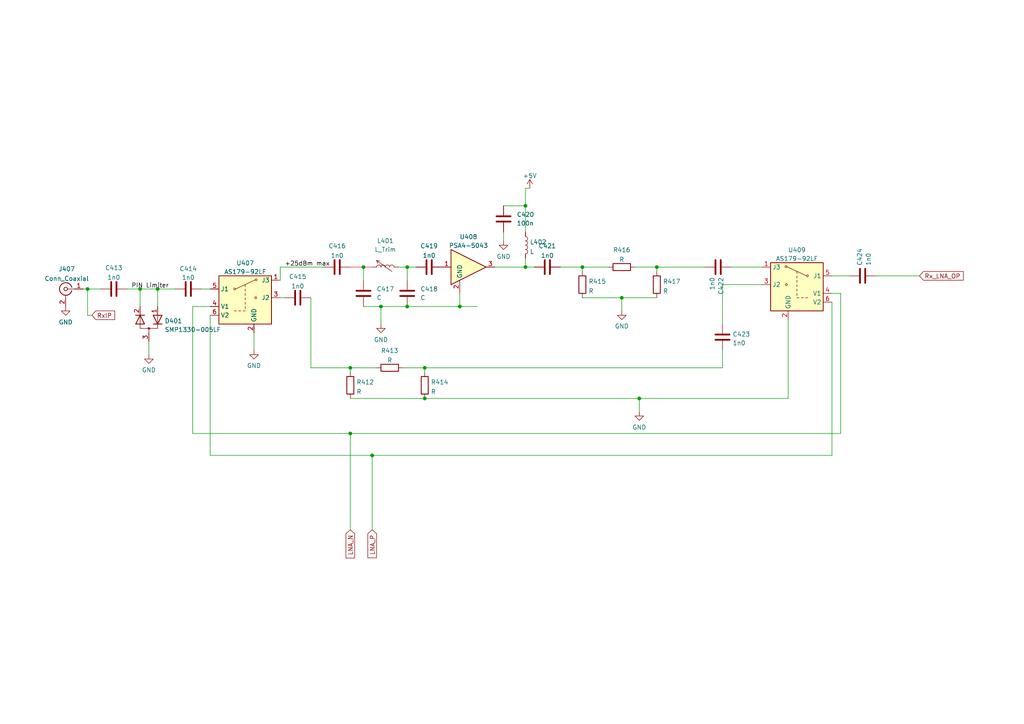
<source format=kicad_sch>
(kicad_sch (version 20230121) (generator eeschema)

  (uuid 2d14462a-2d1d-4556-8471-1ca07d17cb81)

  (paper "A4")

  (title_block
    (title "LNA Circuit")
  )

  (lib_symbols
    (symbol "Connector:Conn_Coaxial" (pin_names (offset 1.016) hide) (in_bom yes) (on_board yes)
      (property "Reference" "J" (at 0.254 3.048 0)
        (effects (font (size 1.27 1.27)))
      )
      (property "Value" "Conn_Coaxial" (at 2.921 0 90)
        (effects (font (size 1.27 1.27)))
      )
      (property "Footprint" "" (at 0 0 0)
        (effects (font (size 1.27 1.27)) hide)
      )
      (property "Datasheet" " ~" (at 0 0 0)
        (effects (font (size 1.27 1.27)) hide)
      )
      (property "ki_keywords" "BNC SMA SMB SMC LEMO coaxial connector CINCH RCA" (at 0 0 0)
        (effects (font (size 1.27 1.27)) hide)
      )
      (property "ki_description" "coaxial connector (BNC, SMA, SMB, SMC, Cinch/RCA, LEMO, ...)" (at 0 0 0)
        (effects (font (size 1.27 1.27)) hide)
      )
      (property "ki_fp_filters" "*BNC* *SMA* *SMB* *SMC* *Cinch* *LEMO*" (at 0 0 0)
        (effects (font (size 1.27 1.27)) hide)
      )
      (symbol "Conn_Coaxial_0_1"
        (arc (start -1.778 -0.508) (mid 0.2311 -1.8066) (end 1.778 0)
          (stroke (width 0.254) (type default))
          (fill (type none))
        )
        (polyline
          (pts
            (xy -2.54 0)
            (xy -0.508 0)
          )
          (stroke (width 0) (type default))
          (fill (type none))
        )
        (polyline
          (pts
            (xy 0 -2.54)
            (xy 0 -1.778)
          )
          (stroke (width 0) (type default))
          (fill (type none))
        )
        (circle (center 0 0) (radius 0.508)
          (stroke (width 0.2032) (type default))
          (fill (type none))
        )
        (arc (start 1.778 0) (mid 0.2099 1.8101) (end -1.778 0.508)
          (stroke (width 0.254) (type default))
          (fill (type none))
        )
      )
      (symbol "Conn_Coaxial_1_1"
        (pin passive line (at -5.08 0 0) (length 2.54)
          (name "In" (effects (font (size 1.27 1.27))))
          (number "1" (effects (font (size 1.27 1.27))))
        )
        (pin passive line (at 0 -5.08 90) (length 2.54)
          (name "Ext" (effects (font (size 1.27 1.27))))
          (number "2" (effects (font (size 1.27 1.27))))
        )
      )
    )
    (symbol "Device:C" (pin_numbers hide) (pin_names (offset 0.254)) (in_bom yes) (on_board yes)
      (property "Reference" "C" (at 0.635 2.54 0)
        (effects (font (size 1.27 1.27)) (justify left))
      )
      (property "Value" "C" (at 0.635 -2.54 0)
        (effects (font (size 1.27 1.27)) (justify left))
      )
      (property "Footprint" "" (at 0.9652 -3.81 0)
        (effects (font (size 1.27 1.27)) hide)
      )
      (property "Datasheet" "~" (at 0 0 0)
        (effects (font (size 1.27 1.27)) hide)
      )
      (property "ki_keywords" "cap capacitor" (at 0 0 0)
        (effects (font (size 1.27 1.27)) hide)
      )
      (property "ki_description" "Unpolarized capacitor" (at 0 0 0)
        (effects (font (size 1.27 1.27)) hide)
      )
      (property "ki_fp_filters" "C_*" (at 0 0 0)
        (effects (font (size 1.27 1.27)) hide)
      )
      (symbol "C_0_1"
        (polyline
          (pts
            (xy -2.032 -0.762)
            (xy 2.032 -0.762)
          )
          (stroke (width 0.508) (type default))
          (fill (type none))
        )
        (polyline
          (pts
            (xy -2.032 0.762)
            (xy 2.032 0.762)
          )
          (stroke (width 0.508) (type default))
          (fill (type none))
        )
      )
      (symbol "C_1_1"
        (pin passive line (at 0 3.81 270) (length 2.794)
          (name "~" (effects (font (size 1.27 1.27))))
          (number "1" (effects (font (size 1.27 1.27))))
        )
        (pin passive line (at 0 -3.81 90) (length 2.794)
          (name "~" (effects (font (size 1.27 1.27))))
          (number "2" (effects (font (size 1.27 1.27))))
        )
      )
    )
    (symbol "Device:D_Dual_Series_AKC_Parallel" (pin_names (offset 0.762) hide) (in_bom yes) (on_board yes)
      (property "Reference" "D" (at 0 5.08 0)
        (effects (font (size 1.27 1.27)))
      )
      (property "Value" "D_Dual_Series_AKC_Parallel" (at 0 -5.08 0)
        (effects (font (size 1.27 1.27)))
      )
      (property "Footprint" "" (at -1.27 0 0)
        (effects (font (size 1.27 1.27)) hide)
      )
      (property "Datasheet" "~" (at -1.27 0 0)
        (effects (font (size 1.27 1.27)) hide)
      )
      (property "ki_keywords" "diode" (at 0 0 0)
        (effects (font (size 1.27 1.27)) hide)
      )
      (property "ki_description" "Dual diode, anode/cathode/center" (at 0 0 0)
        (effects (font (size 1.27 1.27)) hide)
      )
      (symbol "D_Dual_Series_AKC_Parallel_0_0"
        (polyline
          (pts
            (xy 0 -1.27)
            (xy 0 -3.81)
          )
          (stroke (width 0.254) (type default))
          (fill (type none))
        )
        (polyline
          (pts
            (xy 2.54 3.81)
            (xy 2.54 1.27)
          )
          (stroke (width 0.254) (type default))
          (fill (type none))
        )
      )
      (symbol "D_Dual_Series_AKC_Parallel_0_1"
        (circle (center -1.27 0) (radius 0.254)
          (stroke (width 0) (type default))
          (fill (type outline))
        )
        (polyline
          (pts
            (xy -1.27 0)
            (xy -2.54 0)
          )
          (stroke (width 0) (type default))
          (fill (type none))
        )
        (polyline
          (pts
            (xy 2.54 2.54)
            (xy -1.27 2.54)
            (xy -1.27 -2.54)
            (xy 2.54 -2.54)
          )
          (stroke (width 0) (type default))
          (fill (type none))
        )
        (polyline
          (pts
            (xy 0 3.81)
            (xy 2.54 2.54)
            (xy 0 1.27)
            (xy 0 3.81)
            (xy 0 3.81)
            (xy 0 3.81)
          )
          (stroke (width 0.254) (type default))
          (fill (type none))
        )
        (polyline
          (pts
            (xy 2.54 -1.27)
            (xy 0 -2.54)
            (xy 2.54 -3.81)
            (xy 2.54 -1.27)
            (xy 2.54 -1.27)
            (xy 2.54 -1.27)
          )
          (stroke (width 0.254) (type default))
          (fill (type none))
        )
        (pin passive line (at 5.08 -2.54 180) (length 2.54)
          (name "K" (effects (font (size 1.27 1.27))))
          (number "1" (effects (font (size 1.27 1.27))))
        )
        (pin passive line (at 5.08 2.54 180) (length 2.54)
          (name "K" (effects (font (size 1.27 1.27))))
          (number "2" (effects (font (size 1.27 1.27))))
        )
        (pin passive line (at -5.08 0 0) (length 2.54)
          (name "A" (effects (font (size 1.27 1.27))))
          (number "3" (effects (font (size 1.27 1.27))))
        )
      )
    )
    (symbol "Device:L" (pin_numbers hide) (pin_names (offset 1.016) hide) (in_bom yes) (on_board yes)
      (property "Reference" "L" (at -1.27 0 90)
        (effects (font (size 1.27 1.27)))
      )
      (property "Value" "L" (at 1.905 0 90)
        (effects (font (size 1.27 1.27)))
      )
      (property "Footprint" "" (at 0 0 0)
        (effects (font (size 1.27 1.27)) hide)
      )
      (property "Datasheet" "~" (at 0 0 0)
        (effects (font (size 1.27 1.27)) hide)
      )
      (property "ki_keywords" "inductor choke coil reactor magnetic" (at 0 0 0)
        (effects (font (size 1.27 1.27)) hide)
      )
      (property "ki_description" "Inductor" (at 0 0 0)
        (effects (font (size 1.27 1.27)) hide)
      )
      (property "ki_fp_filters" "Choke_* *Coil* Inductor_* L_*" (at 0 0 0)
        (effects (font (size 1.27 1.27)) hide)
      )
      (symbol "L_0_1"
        (arc (start 0 -2.54) (mid 0.6323 -1.905) (end 0 -1.27)
          (stroke (width 0) (type default))
          (fill (type none))
        )
        (arc (start 0 -1.27) (mid 0.6323 -0.635) (end 0 0)
          (stroke (width 0) (type default))
          (fill (type none))
        )
        (arc (start 0 0) (mid 0.6323 0.635) (end 0 1.27)
          (stroke (width 0) (type default))
          (fill (type none))
        )
        (arc (start 0 1.27) (mid 0.6323 1.905) (end 0 2.54)
          (stroke (width 0) (type default))
          (fill (type none))
        )
      )
      (symbol "L_1_1"
        (pin passive line (at 0 3.81 270) (length 1.27)
          (name "1" (effects (font (size 1.27 1.27))))
          (number "1" (effects (font (size 1.27 1.27))))
        )
        (pin passive line (at 0 -3.81 90) (length 1.27)
          (name "2" (effects (font (size 1.27 1.27))))
          (number "2" (effects (font (size 1.27 1.27))))
        )
      )
    )
    (symbol "Device:L_Trim" (pin_numbers hide) (pin_names (offset 1.016) hide) (in_bom yes) (on_board yes)
      (property "Reference" "L" (at -1.905 0 90)
        (effects (font (size 1.27 1.27)))
      )
      (property "Value" "L_Trim" (at 3.175 0 90)
        (effects (font (size 1.27 1.27)))
      )
      (property "Footprint" "" (at 0 0 0)
        (effects (font (size 1.27 1.27)) hide)
      )
      (property "Datasheet" "~" (at 0 0 0)
        (effects (font (size 1.27 1.27)) hide)
      )
      (property "ki_keywords" "inductor choke coil reactor magnetic" (at 0 0 0)
        (effects (font (size 1.27 1.27)) hide)
      )
      (property "ki_description" "Variable inductor" (at 0 0 0)
        (effects (font (size 1.27 1.27)) hide)
      )
      (property "ki_fp_filters" "Inductor_* L_*" (at 0 0 0)
        (effects (font (size 1.27 1.27)) hide)
      )
      (symbol "L_Trim_0_1"
        (arc (start 0 -2.54) (mid 0.6323 -1.905) (end 0 -1.27)
          (stroke (width 0) (type default))
          (fill (type none))
        )
        (arc (start 0 -1.27) (mid 0.6323 -0.635) (end 0 0)
          (stroke (width 0) (type default))
          (fill (type none))
        )
        (polyline
          (pts
            (xy -1.27 -1.905)
            (xy 1.905 2.54)
          )
          (stroke (width 0) (type default))
          (fill (type none))
        )
        (polyline
          (pts
            (xy 1.905 2.54)
            (xy 1.016 2.159)
          )
          (stroke (width 0) (type default))
          (fill (type none))
        )
        (polyline
          (pts
            (xy 1.905 2.54)
            (xy 1.778 1.651)
          )
          (stroke (width 0) (type default))
          (fill (type none))
        )
        (arc (start 0 0) (mid 0.6323 0.635) (end 0 1.27)
          (stroke (width 0) (type default))
          (fill (type none))
        )
        (arc (start 0 1.27) (mid 0.6323 1.905) (end 0 2.54)
          (stroke (width 0) (type default))
          (fill (type none))
        )
      )
      (symbol "L_Trim_1_1"
        (pin passive line (at 0 3.81 270) (length 1.27)
          (name "1" (effects (font (size 1.27 1.27))))
          (number "1" (effects (font (size 1.27 1.27))))
        )
        (pin passive line (at 0 -3.81 90) (length 1.27)
          (name "2" (effects (font (size 1.27 1.27))))
          (number "2" (effects (font (size 1.27 1.27))))
        )
      )
    )
    (symbol "Device:R" (pin_numbers hide) (pin_names (offset 0)) (in_bom yes) (on_board yes)
      (property "Reference" "R" (at 2.032 0 90)
        (effects (font (size 1.27 1.27)))
      )
      (property "Value" "R" (at 0 0 90)
        (effects (font (size 1.27 1.27)))
      )
      (property "Footprint" "" (at -1.778 0 90)
        (effects (font (size 1.27 1.27)) hide)
      )
      (property "Datasheet" "~" (at 0 0 0)
        (effects (font (size 1.27 1.27)) hide)
      )
      (property "ki_keywords" "R res resistor" (at 0 0 0)
        (effects (font (size 1.27 1.27)) hide)
      )
      (property "ki_description" "Resistor" (at 0 0 0)
        (effects (font (size 1.27 1.27)) hide)
      )
      (property "ki_fp_filters" "R_*" (at 0 0 0)
        (effects (font (size 1.27 1.27)) hide)
      )
      (symbol "R_0_1"
        (rectangle (start -1.016 -2.54) (end 1.016 2.54)
          (stroke (width 0.254) (type default))
          (fill (type none))
        )
      )
      (symbol "R_1_1"
        (pin passive line (at 0 3.81 270) (length 1.27)
          (name "~" (effects (font (size 1.27 1.27))))
          (number "1" (effects (font (size 1.27 1.27))))
        )
        (pin passive line (at 0 -3.81 90) (length 1.27)
          (name "~" (effects (font (size 1.27 1.27))))
          (number "2" (effects (font (size 1.27 1.27))))
        )
      )
    )
    (symbol "RF_Amplifier:SPF5189Z" (in_bom yes) (on_board yes)
      (property "Reference" "U" (at -1.27 7.62 0)
        (effects (font (size 1.27 1.27)))
      )
      (property "Value" "SPF5189Z" (at 2.54 5.08 0)
        (effects (font (size 1.27 1.27)))
      )
      (property "Footprint" "Package_TO_SOT_SMD:SOT-89-3" (at 1.27 10.16 0)
        (effects (font (size 1.27 1.27)) hide)
      )
      (property "Datasheet" "www.qorvo.com/products/d/da001910" (at 0 0 0)
        (effects (font (size 1.27 1.27)) hide)
      )
      (property "ki_keywords" "RF GAIN BLOCK" (at 0 0 0)
        (effects (font (size 1.27 1.27)) hide)
      )
      (property "ki_description" "50MHz to 4000MHz, GaAs pHEMT low noise MMIC amplifier, SOT-89" (at 0 0 0)
        (effects (font (size 1.27 1.27)) hide)
      )
      (property "ki_fp_filters" "SOT?89*" (at 0 0 0)
        (effects (font (size 1.27 1.27)) hide)
      )
      (symbol "SPF5189Z_0_1"
        (polyline
          (pts
            (xy 5.08 0)
            (xy -5.08 5.08)
            (xy -5.08 -5.08)
            (xy 5.08 0)
          )
          (stroke (width 0.254) (type default))
          (fill (type background))
        )
      )
      (symbol "SPF5189Z_1_1"
        (pin input line (at -7.62 0 0) (length 2.54)
          (name "~" (effects (font (size 1.27 1.27))))
          (number "1" (effects (font (size 1.27 1.27))))
        )
        (pin power_in line (at -2.54 -7.62 90) (length 3.81)
          (name "GND" (effects (font (size 1.27 1.27))))
          (number "2" (effects (font (size 1.27 1.27))))
        )
        (pin output line (at 7.62 0 180) (length 2.54)
          (name "~" (effects (font (size 1.27 1.27))))
          (number "3" (effects (font (size 1.27 1.27))))
        )
      )
    )
    (symbol "RF_Switch:AS179-92LF" (in_bom yes) (on_board yes)
      (property "Reference" "U" (at -7.62 7.62 0)
        (effects (font (size 1.27 1.27)))
      )
      (property "Value" "AS179-92LF" (at 2.54 7.62 0)
        (effects (font (size 1.27 1.27)))
      )
      (property "Footprint" "Package_TO_SOT_SMD:SOT-363_SC-70-6" (at 2.54 0 0)
        (effects (font (size 1.27 1.27)) hide)
      )
      (property "Datasheet" "http://www.skyworksinc.com/uploads/documents/AS179_92LF_200176H.pdf" (at 2.54 0 0)
        (effects (font (size 1.27 1.27)) hide)
      )
      (property "ki_keywords" "rf spdt switch" (at 0 0 0)
        (effects (font (size 1.27 1.27)) hide)
      )
      (property "ki_description" "20 MHz to 4.0 GHz GaAs SPDT Switch, SC-70" (at 0 0 0)
        (effects (font (size 1.27 1.27)) hide)
      )
      (property "ki_fp_filters" "SOT*363*" (at 0 0 0)
        (effects (font (size 1.27 1.27)) hide)
      )
      (symbol "AS179-92LF_1_1"
        (circle (center -3.048 2.54) (radius 0.2794)
          (stroke (width 0) (type default))
          (fill (type none))
        )
        (polyline
          (pts
            (xy -3.175 -3.81)
            (xy -2.54 -3.81)
          )
          (stroke (width 0) (type default))
          (fill (type none))
        )
        (polyline
          (pts
            (xy -2.794 2.54)
            (xy 2.921 5.207)
          )
          (stroke (width 0) (type default))
          (fill (type none))
        )
        (polyline
          (pts
            (xy -1.905 -3.81)
            (xy -1.27 -3.81)
          )
          (stroke (width 0) (type default))
          (fill (type none))
        )
        (polyline
          (pts
            (xy -0.635 -3.81)
            (xy 0 -3.81)
          )
          (stroke (width 0) (type default))
          (fill (type none))
        )
        (polyline
          (pts
            (xy 0 -3.175)
            (xy 0 -2.54)
          )
          (stroke (width 0) (type default))
          (fill (type none))
        )
        (polyline
          (pts
            (xy 0 -1.905)
            (xy 0 -1.27)
          )
          (stroke (width 0) (type default))
          (fill (type none))
        )
        (polyline
          (pts
            (xy 0 -0.635)
            (xy 0 0)
          )
          (stroke (width 0) (type default))
          (fill (type none))
        )
        (polyline
          (pts
            (xy 0 0.635)
            (xy 0 1.27)
          )
          (stroke (width 0) (type default))
          (fill (type none))
        )
        (polyline
          (pts
            (xy 0 1.905)
            (xy 0 2.54)
          )
          (stroke (width 0) (type default))
          (fill (type none))
        )
        (polyline
          (pts
            (xy 0 3.175)
            (xy 0 3.81)
          )
          (stroke (width 0) (type default))
          (fill (type none))
        )
        (circle (center 3.048 0) (radius 0.2794)
          (stroke (width 0) (type default))
          (fill (type none))
        )
        (circle (center 3.175 5.207) (radius 0.2794)
          (stroke (width 0) (type default))
          (fill (type none))
        )
        (rectangle (start 7.62 -7.62) (end -7.62 6.35)
          (stroke (width 0.254) (type default))
          (fill (type background))
        )
        (pin passive line (at 10.16 5.08 180) (length 2.54)
          (name "J3" (effects (font (size 1.27 1.27))))
          (number "1" (effects (font (size 1.27 1.27))))
        )
        (pin power_in line (at 2.54 -10.16 90) (length 2.54)
          (name "GND" (effects (font (size 1.27 1.27))))
          (number "2" (effects (font (size 1.27 1.27))))
        )
        (pin passive line (at 10.16 0 180) (length 2.54)
          (name "J2" (effects (font (size 1.27 1.27))))
          (number "3" (effects (font (size 1.27 1.27))))
        )
        (pin input line (at -10.16 -2.54 0) (length 2.54)
          (name "V1" (effects (font (size 1.27 1.27))))
          (number "4" (effects (font (size 1.27 1.27))))
        )
        (pin passive line (at -10.16 2.54 0) (length 2.54)
          (name "J1" (effects (font (size 1.27 1.27))))
          (number "5" (effects (font (size 1.27 1.27))))
        )
        (pin input line (at -10.16 -5.08 0) (length 2.54)
          (name "V2" (effects (font (size 1.27 1.27))))
          (number "6" (effects (font (size 1.27 1.27))))
        )
      )
    )
    (symbol "power:+5V" (power) (pin_names (offset 0)) (in_bom yes) (on_board yes)
      (property "Reference" "#PWR" (at 0 -3.81 0)
        (effects (font (size 1.27 1.27)) hide)
      )
      (property "Value" "+5V" (at 0 3.556 0)
        (effects (font (size 1.27 1.27)))
      )
      (property "Footprint" "" (at 0 0 0)
        (effects (font (size 1.27 1.27)) hide)
      )
      (property "Datasheet" "" (at 0 0 0)
        (effects (font (size 1.27 1.27)) hide)
      )
      (property "ki_keywords" "power-flag" (at 0 0 0)
        (effects (font (size 1.27 1.27)) hide)
      )
      (property "ki_description" "Power symbol creates a global label with name \"+5V\"" (at 0 0 0)
        (effects (font (size 1.27 1.27)) hide)
      )
      (symbol "+5V_0_1"
        (polyline
          (pts
            (xy -0.762 1.27)
            (xy 0 2.54)
          )
          (stroke (width 0) (type default))
          (fill (type none))
        )
        (polyline
          (pts
            (xy 0 0)
            (xy 0 2.54)
          )
          (stroke (width 0) (type default))
          (fill (type none))
        )
        (polyline
          (pts
            (xy 0 2.54)
            (xy 0.762 1.27)
          )
          (stroke (width 0) (type default))
          (fill (type none))
        )
      )
      (symbol "+5V_1_1"
        (pin power_in line (at 0 0 90) (length 0) hide
          (name "+5V" (effects (font (size 1.27 1.27))))
          (number "1" (effects (font (size 1.27 1.27))))
        )
      )
    )
    (symbol "power:GND" (power) (pin_names (offset 0)) (in_bom yes) (on_board yes)
      (property "Reference" "#PWR" (at 0 -6.35 0)
        (effects (font (size 1.27 1.27)) hide)
      )
      (property "Value" "GND" (at 0 -3.81 0)
        (effects (font (size 1.27 1.27)))
      )
      (property "Footprint" "" (at 0 0 0)
        (effects (font (size 1.27 1.27)) hide)
      )
      (property "Datasheet" "" (at 0 0 0)
        (effects (font (size 1.27 1.27)) hide)
      )
      (property "ki_keywords" "power-flag" (at 0 0 0)
        (effects (font (size 1.27 1.27)) hide)
      )
      (property "ki_description" "Power symbol creates a global label with name \"GND\" , ground" (at 0 0 0)
        (effects (font (size 1.27 1.27)) hide)
      )
      (symbol "GND_0_1"
        (polyline
          (pts
            (xy 0 0)
            (xy 0 -1.27)
            (xy 1.27 -1.27)
            (xy 0 -2.54)
            (xy -1.27 -1.27)
            (xy 0 -1.27)
          )
          (stroke (width 0) (type default))
          (fill (type none))
        )
      )
      (symbol "GND_1_1"
        (pin power_in line (at 0 0 270) (length 0) hide
          (name "GND" (effects (font (size 1.27 1.27))))
          (number "1" (effects (font (size 1.27 1.27))))
        )
      )
    )
  )

  (junction (at 45.72 83.82) (diameter 0) (color 0 0 0 0)
    (uuid 0591a61a-b2ff-4e5b-be00-1a4e46b48e9d)
  )
  (junction (at 152.4 77.47) (diameter 0) (color 0 0 0 0)
    (uuid 0938f2c6-f84d-414a-a3b7-3f9a89b9a78d)
  )
  (junction (at 123.19 106.68) (diameter 0) (color 0 0 0 0)
    (uuid 0ffb3caa-c2dc-4ccc-aa70-49c30e2c16c1)
  )
  (junction (at 133.35 88.9) (diameter 0) (color 0 0 0 0)
    (uuid 15535c83-587a-4847-9957-3807322142c0)
  )
  (junction (at 101.6 106.68) (diameter 0) (color 0 0 0 0)
    (uuid 1b93046c-28ec-44db-a9e9-132d31d302ce)
  )
  (junction (at 118.11 88.9) (diameter 0) (color 0 0 0 0)
    (uuid 1ff2a03b-2645-4e81-a468-19778befb2ef)
  )
  (junction (at 185.42 115.57) (diameter 0) (color 0 0 0 0)
    (uuid 22702822-5a97-462f-a63a-f1378e608eb3)
  )
  (junction (at 105.41 77.47) (diameter 0) (color 0 0 0 0)
    (uuid 2b08ff88-129a-4c97-9687-1d8a517dd5b7)
  )
  (junction (at 107.95 132.08) (diameter 0) (color 0 0 0 0)
    (uuid 2d01dfc3-e089-415f-832e-6ba72791e70a)
  )
  (junction (at 123.19 115.57) (diameter 0) (color 0 0 0 0)
    (uuid 3c41d82b-8405-4bfa-a9b5-f504becca4d7)
  )
  (junction (at 118.11 77.47) (diameter 0) (color 0 0 0 0)
    (uuid 4e4abdec-8f30-4127-b73e-95516f84f8b5)
  )
  (junction (at 168.91 77.47) (diameter 0) (color 0 0 0 0)
    (uuid 52101c5f-8443-4303-bf5c-ab8d0ac553b3)
  )
  (junction (at 110.49 88.9) (diameter 0) (color 0 0 0 0)
    (uuid 5f86609c-6996-43b8-bb7a-f47694d2ae52)
  )
  (junction (at 40.64 83.82) (diameter 0) (color 0 0 0 0)
    (uuid 62a42783-731d-4a7f-aa4a-a1c6c4b63060)
  )
  (junction (at 25.4 83.82) (diameter 0) (color 0 0 0 0)
    (uuid 63141f14-158c-4762-8a13-12877416075b)
  )
  (junction (at 152.4 59.69) (diameter 0) (color 0 0 0 0)
    (uuid 7488179b-fabc-4964-915a-5cad2181a652)
  )
  (junction (at 101.6 125.73) (diameter 0) (color 0 0 0 0)
    (uuid 8efabc1a-d830-458a-b223-f829dccfdb1b)
  )
  (junction (at 180.34 86.36) (diameter 0) (color 0 0 0 0)
    (uuid e24ee2e3-ef03-48ea-b976-d6df4cac4403)
  )
  (junction (at 190.5 77.47) (diameter 0) (color 0 0 0 0)
    (uuid f9bfc734-c4c6-485a-938e-c6f951821afa)
  )

  (wire (pts (xy 209.55 106.68) (xy 209.55 101.6))
    (stroke (width 0) (type default))
    (uuid 022ba2a3-f05b-4310-ba82-325f509a7877)
  )
  (wire (pts (xy 107.95 132.08) (xy 241.3 132.08))
    (stroke (width 0) (type default))
    (uuid 02e8b5b8-1a4a-4114-b0c3-71daf27d94bb)
  )
  (wire (pts (xy 209.55 82.55) (xy 209.55 93.98))
    (stroke (width 0) (type default))
    (uuid 04c7e5fc-46f7-4ba1-9d88-f7f775d52712)
  )
  (wire (pts (xy 45.72 83.82) (xy 50.8 83.82))
    (stroke (width 0) (type default))
    (uuid 05219430-e0c9-4db7-944a-06d914af11a5)
  )
  (wire (pts (xy 168.91 77.47) (xy 176.53 77.47))
    (stroke (width 0) (type default))
    (uuid 05641722-c618-429a-92d7-6937fadf412a)
  )
  (wire (pts (xy 81.28 86.36) (xy 82.55 86.36))
    (stroke (width 0) (type default))
    (uuid 0658ea06-f6b9-4d6e-83f1-2717c94a2f8f)
  )
  (wire (pts (xy 40.64 83.82) (xy 40.64 88.9))
    (stroke (width 0) (type default))
    (uuid 077395ea-40ab-4d01-bb44-cc028e6192dd)
  )
  (wire (pts (xy 55.88 88.9) (xy 55.88 125.73))
    (stroke (width 0) (type default))
    (uuid 13762e25-5a59-4ee7-8043-812412f76aac)
  )
  (wire (pts (xy 243.84 85.09) (xy 243.84 125.73))
    (stroke (width 0) (type default))
    (uuid 1479620a-b870-4046-9c2b-eff78dd0c22e)
  )
  (wire (pts (xy 101.6 125.73) (xy 101.6 153.67))
    (stroke (width 0) (type default))
    (uuid 17a74706-3995-4b56-b987-7f12d2e3a3f8)
  )
  (wire (pts (xy 25.4 83.82) (xy 24.13 83.82))
    (stroke (width 0) (type default))
    (uuid 1a01ac8f-6b7f-4ebd-a516-06a6cb8d4df5)
  )
  (wire (pts (xy 25.4 83.82) (xy 25.4 91.44))
    (stroke (width 0) (type default))
    (uuid 1ce4763c-920f-4892-8c7b-b0692e9c0bc8)
  )
  (wire (pts (xy 101.6 107.95) (xy 101.6 106.68))
    (stroke (width 0) (type default))
    (uuid 1d17904d-638f-48f3-894f-0144911f4a7c)
  )
  (wire (pts (xy 146.05 67.31) (xy 146.05 69.85))
    (stroke (width 0) (type default))
    (uuid 1ebd2eb5-c74b-4fb0-a2fa-ea673348dfd8)
  )
  (wire (pts (xy 168.91 86.36) (xy 180.34 86.36))
    (stroke (width 0) (type default))
    (uuid 2064e202-11a6-46d1-bf37-cd65212e53d1)
  )
  (wire (pts (xy 101.6 115.57) (xy 123.19 115.57))
    (stroke (width 0) (type default))
    (uuid 23c7e4f2-40f5-4840-8d08-1acb173866b4)
  )
  (wire (pts (xy 60.96 91.44) (xy 60.96 132.08))
    (stroke (width 0) (type default))
    (uuid 2775c0b6-7485-48ac-909d-6cfa4be18753)
  )
  (wire (pts (xy 190.5 77.47) (xy 204.47 77.47))
    (stroke (width 0) (type default))
    (uuid 2df9c463-1835-423c-ad3d-9a28aa5abb77)
  )
  (wire (pts (xy 190.5 77.47) (xy 190.5 78.74))
    (stroke (width 0) (type default))
    (uuid 2f651a60-23e0-480f-a88d-8ba77b595202)
  )
  (wire (pts (xy 241.3 80.01) (xy 246.38 80.01))
    (stroke (width 0) (type default))
    (uuid 391a6298-71f7-4c29-9a57-1b9126684372)
  )
  (wire (pts (xy 116.84 106.68) (xy 123.19 106.68))
    (stroke (width 0) (type default))
    (uuid 3acb1aa5-55f2-44d6-b77c-dc19e51dbbd2)
  )
  (wire (pts (xy 105.41 88.9) (xy 110.49 88.9))
    (stroke (width 0) (type default))
    (uuid 3b1097dc-8c9e-4cef-b7a1-b529b4dab746)
  )
  (wire (pts (xy 115.57 77.47) (xy 118.11 77.47))
    (stroke (width 0) (type default))
    (uuid 3f15e562-4f32-44ce-815c-9c786ca24011)
  )
  (wire (pts (xy 241.3 85.09) (xy 243.84 85.09))
    (stroke (width 0) (type default))
    (uuid 3f6b891a-1cc8-4b20-9f17-68e0c4a0d7db)
  )
  (wire (pts (xy 146.05 59.69) (xy 152.4 59.69))
    (stroke (width 0) (type default))
    (uuid 46adaa7f-aa9d-49bc-b853-63d71e7a7990)
  )
  (wire (pts (xy 58.42 83.82) (xy 60.96 83.82))
    (stroke (width 0) (type default))
    (uuid 51f6e505-70fe-4cfa-8e51-aa721df03c0b)
  )
  (wire (pts (xy 241.3 87.63) (xy 241.3 132.08))
    (stroke (width 0) (type default))
    (uuid 58261aa4-4205-4439-8d8e-4b83eb460b1e)
  )
  (wire (pts (xy 180.34 86.36) (xy 190.5 86.36))
    (stroke (width 0) (type default))
    (uuid 5c0479cf-d041-4433-be36-3776095d0e86)
  )
  (wire (pts (xy 162.56 77.47) (xy 168.91 77.47))
    (stroke (width 0) (type default))
    (uuid 620e3809-422a-4cea-bbcb-a9338474def3)
  )
  (wire (pts (xy 90.17 86.36) (xy 90.17 106.68))
    (stroke (width 0) (type default))
    (uuid 6a680a82-807a-4fb6-9006-3a26f9dfe104)
  )
  (wire (pts (xy 123.19 115.57) (xy 185.42 115.57))
    (stroke (width 0) (type default))
    (uuid 6b66a4fe-82c2-484e-b2b0-47e7ab549c52)
  )
  (wire (pts (xy 110.49 88.9) (xy 118.11 88.9))
    (stroke (width 0) (type default))
    (uuid 6cc6419e-2483-4cd1-9f74-364b6b34e338)
  )
  (wire (pts (xy 55.88 125.73) (xy 101.6 125.73))
    (stroke (width 0) (type default))
    (uuid 745370fa-3db4-449e-ad9a-c0f754365539)
  )
  (wire (pts (xy 152.4 54.61) (xy 153.67 54.61))
    (stroke (width 0) (type default))
    (uuid 7a8bd6fa-f1df-4ebf-bfbc-7ac8a340abea)
  )
  (wire (pts (xy 152.4 67.31) (xy 152.4 59.69))
    (stroke (width 0) (type default))
    (uuid 7e0b3e94-e98a-4eec-b100-516148a545bd)
  )
  (wire (pts (xy 105.41 77.47) (xy 107.95 77.47))
    (stroke (width 0) (type default) (color 255 15 53 1))
    (uuid 86d35f47-300a-42fd-bfa5-14d244e39187)
  )
  (wire (pts (xy 180.34 86.36) (xy 180.34 90.17))
    (stroke (width 0) (type default))
    (uuid 8eb0c378-a7a0-4daf-9884-38b7df9ef39e)
  )
  (wire (pts (xy 228.6 92.71) (xy 228.6 115.57))
    (stroke (width 0) (type default))
    (uuid 93be795c-1088-4f2d-a0c1-d6568bccf616)
  )
  (wire (pts (xy 90.17 106.68) (xy 101.6 106.68))
    (stroke (width 0) (type default))
    (uuid 96ec64e7-b1f6-467e-abfe-59f52f73d590)
  )
  (wire (pts (xy 73.66 96.52) (xy 73.66 101.6))
    (stroke (width 0) (type default))
    (uuid a0ba64c8-6ddc-4c36-84e8-e63d12d423e0)
  )
  (wire (pts (xy 101.6 125.73) (xy 243.84 125.73))
    (stroke (width 0) (type default))
    (uuid a2740e1c-efc8-450f-add0-82cd23f999f8)
  )
  (wire (pts (xy 254 80.01) (xy 266.7 80.01))
    (stroke (width 0) (type default))
    (uuid a2a9f54f-77f9-40e0-a501-f519a44cfaa5)
  )
  (wire (pts (xy 81.28 77.47) (xy 93.98 77.47))
    (stroke (width 0) (type default))
    (uuid a442b559-9491-4fe0-a034-d4b1ca7c33fd)
  )
  (wire (pts (xy 101.6 106.68) (xy 109.22 106.68))
    (stroke (width 0) (type default))
    (uuid a857533f-9202-4f5b-bf5f-10237709afa0)
  )
  (wire (pts (xy 123.19 106.68) (xy 123.19 107.95))
    (stroke (width 0) (type default))
    (uuid a86e114e-d6ff-43e3-b6ae-910ea32f6fd4)
  )
  (wire (pts (xy 45.72 83.82) (xy 45.72 88.9))
    (stroke (width 0) (type default))
    (uuid a8781137-a088-4ca1-bd47-e6a184c69d9e)
  )
  (wire (pts (xy 212.09 77.47) (xy 220.98 77.47))
    (stroke (width 0) (type default))
    (uuid a89b1cb0-81a2-454f-bcb1-1f326e681f6d)
  )
  (wire (pts (xy 118.11 88.9) (xy 133.35 88.9))
    (stroke (width 0) (type default))
    (uuid a9b494db-c60a-4c7a-b626-52d03452ac38)
  )
  (wire (pts (xy 168.91 77.47) (xy 168.91 78.74))
    (stroke (width 0) (type default))
    (uuid b16fee7f-6b39-45d4-82f9-3faa5ba7e18e)
  )
  (wire (pts (xy 43.18 99.06) (xy 43.18 102.87))
    (stroke (width 0) (type default))
    (uuid b382a5b9-c703-46fd-a207-351704514ee1)
  )
  (wire (pts (xy 152.4 59.69) (xy 152.4 54.61))
    (stroke (width 0) (type default))
    (uuid b68bc2ba-740c-4532-ae14-235eafc7d826)
  )
  (wire (pts (xy 36.83 83.82) (xy 40.64 83.82))
    (stroke (width 0) (type default))
    (uuid be97db62-f1ff-4bf3-9f42-71df529042ce)
  )
  (wire (pts (xy 184.15 77.47) (xy 190.5 77.47))
    (stroke (width 0) (type default))
    (uuid bea68987-dbeb-4657-accf-4da0bfde714a)
  )
  (wire (pts (xy 118.11 81.28) (xy 118.11 77.47))
    (stroke (width 0) (type default))
    (uuid c0f3bead-0bd6-45bd-bc7b-f65bfd4f18c0)
  )
  (wire (pts (xy 133.35 88.9) (xy 138.43 88.9))
    (stroke (width 0) (type default))
    (uuid c28382a9-b2a9-4b4d-abea-83ffdc37b94a)
  )
  (wire (pts (xy 25.4 91.44) (xy 26.67 91.44))
    (stroke (width 0) (type default))
    (uuid c2c4d768-12c3-4204-a5d5-8c0140afa060)
  )
  (wire (pts (xy 101.6 77.47) (xy 105.41 77.47))
    (stroke (width 0) (type default) (color 255 15 53 1))
    (uuid c3bfced7-357f-4083-aa71-3e11a2b282e8)
  )
  (wire (pts (xy 143.51 77.47) (xy 152.4 77.47))
    (stroke (width 0) (type default))
    (uuid c9666631-0a7d-4eec-bc6e-89a4863314fa)
  )
  (wire (pts (xy 133.35 88.9) (xy 133.35 85.09))
    (stroke (width 0) (type default))
    (uuid ca39b843-dd15-4b4f-9145-0a2760248036)
  )
  (wire (pts (xy 40.64 83.82) (xy 45.72 83.82))
    (stroke (width 0) (type default))
    (uuid ca61b2a1-a181-4525-add8-54275ea1e0c3)
  )
  (wire (pts (xy 123.19 106.68) (xy 209.55 106.68))
    (stroke (width 0) (type default))
    (uuid cae86dd7-194f-4fca-b156-cde116bc74d1)
  )
  (wire (pts (xy 107.95 132.08) (xy 107.95 153.67))
    (stroke (width 0) (type default))
    (uuid cd4aa106-0c68-4806-9627-3265520466a9)
  )
  (wire (pts (xy 152.4 74.93) (xy 152.4 77.47))
    (stroke (width 0) (type default))
    (uuid cfa2db1e-d089-42d1-a3b2-34379c8f1efa)
  )
  (wire (pts (xy 60.96 88.9) (xy 55.88 88.9))
    (stroke (width 0) (type default))
    (uuid d3d4442e-d56d-485b-85db-25d1bfd3b42a)
  )
  (wire (pts (xy 152.4 77.47) (xy 154.94 77.47))
    (stroke (width 0) (type default))
    (uuid d902d4cd-e274-49d3-b862-2960bb7834c4)
  )
  (wire (pts (xy 118.11 77.47) (xy 120.65 77.47))
    (stroke (width 0) (type default))
    (uuid d9f09d7a-365d-4c25-9975-113cb6626816)
  )
  (wire (pts (xy 81.28 81.28) (xy 81.28 77.47))
    (stroke (width 0) (type default))
    (uuid e23c3bc6-9fc3-4633-89f8-f5070a94d741)
  )
  (wire (pts (xy 185.42 115.57) (xy 228.6 115.57))
    (stroke (width 0) (type default))
    (uuid e4d37f03-b2e6-40b3-8baa-8aba721e9376)
  )
  (wire (pts (xy 60.96 132.08) (xy 107.95 132.08))
    (stroke (width 0) (type default))
    (uuid e4f8afb1-ebee-4044-9d6c-387dacc543bb)
  )
  (wire (pts (xy 105.41 77.47) (xy 105.41 81.28))
    (stroke (width 0) (type default))
    (uuid e99224a2-69db-4aed-b331-beeb6159528c)
  )
  (wire (pts (xy 185.42 115.57) (xy 185.42 119.38))
    (stroke (width 0) (type default))
    (uuid ed576372-3500-45b2-9edc-f2390d2f54e2)
  )
  (wire (pts (xy 220.98 82.55) (xy 209.55 82.55))
    (stroke (width 0) (type default))
    (uuid ef81c748-f187-4d77-9f8a-0659f09e1b41)
  )
  (wire (pts (xy 29.21 83.82) (xy 25.4 83.82))
    (stroke (width 0) (type default))
    (uuid f959e535-2f4c-41e2-8393-98692deaa533)
  )
  (wire (pts (xy 110.49 88.9) (xy 110.49 93.98))
    (stroke (width 0) (type default))
    (uuid fb86327d-efb2-45c0-bf20-16055d4b7806)
  )

  (label "PIN Limiter" (at 38.1 83.82 0) (fields_autoplaced)
    (effects (font (size 1.27 1.27)) (justify left bottom))
    (uuid 53fa107d-a47c-4f88-aa41-fee5ce99a007)
  )
  (label "+25dBm max" (at 82.55 77.47 0) (fields_autoplaced)
    (effects (font (size 1.27 1.27)) (justify left bottom))
    (uuid cebc2ef2-9a02-4ee7-9014-0bb4ec3d2b6e)
  )

  (global_label "Rx_LNA_OP" (shape input) (at 266.7 80.01 0) (fields_autoplaced)
    (effects (font (size 1.27 1.27)) (justify left))
    (uuid bf9aa715-e65c-40c5-99c8-4b34ca8b9ba7)
    (property "Intersheetrefs" "${INTERSHEET_REFS}" (at 279.3941 79.9306 0)
      (effects (font (size 1.27 1.27)) (justify left))
    )
  )
  (global_label "LNA_N" (shape input) (at 101.6 153.67 270) (fields_autoplaced)
    (effects (font (size 1.27 1.27)) (justify right))
    (uuid cbcca6b8-0a33-42cb-a3c5-33159776c725)
    (property "Intersheetrefs" "${INTERSHEET_REFS}" (at 101.5206 161.8283 90)
      (effects (font (size 1.27 1.27)) (justify right))
    )
  )
  (global_label "LNA_P" (shape input) (at 107.95 153.67 270) (fields_autoplaced)
    (effects (font (size 1.27 1.27)) (justify right))
    (uuid ef2ed821-47ba-4b18-a589-ad2e45bfc2eb)
    (property "Intersheetrefs" "${INTERSHEET_REFS}" (at 107.8706 161.7679 90)
      (effects (font (size 1.27 1.27)) (justify right))
    )
  )
  (global_label "RxIP" (shape input) (at 26.67 91.44 0) (fields_autoplaced)
    (effects (font (size 1.27 1.27)) (justify left))
    (uuid f831023b-a46e-4da4-8c0f-3676e87f8d7f)
    (property "Intersheetrefs" "${INTERSHEET_REFS}" (at 33.256 91.3606 0)
      (effects (font (size 1.27 1.27)) (justify left))
    )
  )

  (symbol (lib_id "RF_Amplifier:SPF5189Z") (at 135.89 77.47 0) (unit 1)
    (in_bom yes) (on_board yes) (dnp no) (fields_autoplaced)
    (uuid 01c2ce55-dd18-4441-8dca-221d6287292f)
    (property "Reference" "U408" (at 135.89 68.6902 0)
      (effects (font (size 1.27 1.27)))
    )
    (property "Value" "PSA4-5043" (at 135.89 71.2271 0)
      (effects (font (size 1.27 1.27)))
    )
    (property "Footprint" "Package_TO_SOT_SMD:SOT-89-3" (at 137.16 67.31 0)
      (effects (font (size 1.27 1.27)) hide)
    )
    (property "Datasheet" "www.qorvo.com/products/d/da001910" (at 135.89 77.47 0)
      (effects (font (size 1.27 1.27)) hide)
    )
    (property "Comment" "Low Noise Amplifer SOT343" (at 135.89 77.47 0)
      (effects (font (size 1.27 1.27)) hide)
    )
    (property "LCSC Part" "C5240848" (at 135.89 77.47 0)
      (effects (font (size 1.27 1.27)) hide)
    )
    (pin "1" (uuid 7e00f2b8-df40-4320-9020-c98d1efe3ece))
    (pin "2" (uuid 0e8269a5-994d-42c0-9c05-d4c51773f12c))
    (pin "3" (uuid 42a66f02-e2dc-4de7-b97b-4afb41772a74))
    (instances
      (project "RXLNA"
        (path "/1e1b062d-fad0-427c-a622-c5b8a80b5268/90ef6158-65c1-4457-ba89-f5a7394a6be3"
          (reference "U408") (unit 1)
        )
      )
    )
  )

  (symbol (lib_id "power:GND") (at 110.49 93.98 0) (unit 1)
    (in_bom yes) (on_board yes) (dnp no) (fields_autoplaced)
    (uuid 076cccb7-8868-4501-85fd-61176334dbbe)
    (property "Reference" "#PWR0418" (at 110.49 100.33 0)
      (effects (font (size 1.27 1.27)) hide)
    )
    (property "Value" "GND" (at 110.49 98.5425 0)
      (effects (font (size 1.27 1.27)))
    )
    (property "Footprint" "" (at 110.49 93.98 0)
      (effects (font (size 1.27 1.27)) hide)
    )
    (property "Datasheet" "" (at 110.49 93.98 0)
      (effects (font (size 1.27 1.27)) hide)
    )
    (pin "1" (uuid edc93551-fbe0-47e4-b906-41252cf96b9d))
    (instances
      (project "RXLNA"
        (path "/1e1b062d-fad0-427c-a622-c5b8a80b5268/90ef6158-65c1-4457-ba89-f5a7394a6be3"
          (reference "#PWR0418") (unit 1)
        )
      )
    )
  )

  (symbol (lib_id "Device:R") (at 113.03 106.68 90) (unit 1)
    (in_bom yes) (on_board yes) (dnp no) (fields_autoplaced)
    (uuid 15d23cef-93bd-4d70-93ac-5b17cf16c0d0)
    (property "Reference" "R413" (at 113.03 101.6975 90)
      (effects (font (size 1.27 1.27)))
    )
    (property "Value" "R" (at 113.03 104.4726 90)
      (effects (font (size 1.27 1.27)))
    )
    (property "Footprint" "Resistor_SMD:R_0805_2012Metric_Pad1.20x1.40mm_HandSolder" (at 113.03 108.458 90)
      (effects (font (size 1.27 1.27)) hide)
    )
    (property "Datasheet" "~" (at 113.03 106.68 0)
      (effects (font (size 1.27 1.27)) hide)
    )
    (property "Comment" "" (at 113.03 106.68 0)
      (effects (font (size 1.27 1.27)) hide)
    )
    (property "LCSC Part" "" (at 113.03 106.68 0)
      (effects (font (size 1.27 1.27)) hide)
    )
    (pin "1" (uuid 42a3ec77-5d8a-4265-a920-f641d597e056))
    (pin "2" (uuid 4f9a20a0-498c-413f-b496-7c916ad81f6c))
    (instances
      (project "RXLNA"
        (path "/1e1b062d-fad0-427c-a622-c5b8a80b5268/90ef6158-65c1-4457-ba89-f5a7394a6be3"
          (reference "R413") (unit 1)
        )
      )
    )
  )

  (symbol (lib_id "Device:L_Trim") (at 111.76 77.47 90) (unit 1)
    (in_bom yes) (on_board yes) (dnp no) (fields_autoplaced)
    (uuid 1c30f851-2fb0-45f3-8fdc-63b3f8d6503e)
    (property "Reference" "L401" (at 111.76 69.85 90)
      (effects (font (size 1.27 1.27)))
    )
    (property "Value" "L_Trim" (at 111.76 72.39 90)
      (effects (font (size 1.27 1.27)))
    )
    (property "Footprint" "Inductor_THT:L_Radial_L10.2mm_W10.2mm_Px7.62mm_Py7.62mm_Pulse_LP-30" (at 111.76 77.47 0)
      (effects (font (size 1.27 1.27)) hide)
    )
    (property "Datasheet" "~" (at 111.76 77.47 0)
      (effects (font (size 1.27 1.27)) hide)
    )
    (property "Comment" "" (at 111.76 77.47 0)
      (effects (font (size 1.27 1.27)) hide)
    )
    (property "LCSC Part" "" (at 111.76 77.47 0)
      (effects (font (size 1.27 1.27)) hide)
    )
    (pin "1" (uuid 46359a72-07e2-413d-8f2c-fefb48cfb240))
    (pin "2" (uuid 685d73c2-7faf-49c5-b028-569ec1994b57))
    (instances
      (project "RXLNA"
        (path "/1e1b062d-fad0-427c-a622-c5b8a80b5268/90ef6158-65c1-4457-ba89-f5a7394a6be3"
          (reference "L401") (unit 1)
        )
      )
    )
  )

  (symbol (lib_id "Device:C") (at 250.19 80.01 90) (unit 1)
    (in_bom yes) (on_board yes) (dnp no) (fields_autoplaced)
    (uuid 390ef2c4-cec1-4e0a-94f8-f4439182a0a0)
    (property "Reference" "C424" (at 249.3553 77.089 0)
      (effects (font (size 1.27 1.27)) (justify left))
    )
    (property "Value" "1n0" (at 251.8922 77.089 0)
      (effects (font (size 1.27 1.27)) (justify left))
    )
    (property "Footprint" "Capacitor_SMD:C_0805_2012Metric_Pad1.18x1.45mm_HandSolder" (at 254 79.0448 0)
      (effects (font (size 1.27 1.27)) hide)
    )
    (property "Datasheet" "~" (at 250.19 80.01 0)
      (effects (font (size 1.27 1.27)) hide)
    )
    (property "Comment" "Ceramic Capacitor 1nf 50V 5% 0805" (at 250.19 80.01 0)
      (effects (font (size 1.27 1.27)) hide)
    )
    (property "LCSC Part" "C62774" (at 250.19 80.01 0)
      (effects (font (size 1.27 1.27)) hide)
    )
    (pin "1" (uuid bee17b29-9d2a-4115-9753-3794fbebf65e))
    (pin "2" (uuid 690d928a-65bd-4540-8c8a-f88ba1134d88))
    (instances
      (project "RXLNA"
        (path "/1e1b062d-fad0-427c-a622-c5b8a80b5268/90ef6158-65c1-4457-ba89-f5a7394a6be3"
          (reference "C424") (unit 1)
        )
      )
    )
  )

  (symbol (lib_id "power:GND") (at 43.18 102.87 0) (unit 1)
    (in_bom yes) (on_board yes) (dnp no) (fields_autoplaced)
    (uuid 4384aeef-a6b9-466b-97c7-12cdbede1029)
    (property "Reference" "#PWR0416" (at 43.18 109.22 0)
      (effects (font (size 1.27 1.27)) hide)
    )
    (property "Value" "GND" (at 43.18 107.3134 0)
      (effects (font (size 1.27 1.27)))
    )
    (property "Footprint" "" (at 43.18 102.87 0)
      (effects (font (size 1.27 1.27)) hide)
    )
    (property "Datasheet" "" (at 43.18 102.87 0)
      (effects (font (size 1.27 1.27)) hide)
    )
    (pin "1" (uuid bfb7d9ea-2ddf-45d7-8113-359a43e04c48))
    (instances
      (project "RXLNA"
        (path "/1e1b062d-fad0-427c-a622-c5b8a80b5268/90ef6158-65c1-4457-ba89-f5a7394a6be3"
          (reference "#PWR0416") (unit 1)
        )
      )
    )
  )

  (symbol (lib_id "Device:C") (at 118.11 85.09 0) (unit 1)
    (in_bom yes) (on_board yes) (dnp no) (fields_autoplaced)
    (uuid 4e90804a-2aa9-4a6b-8eb6-c8d8905473fe)
    (property "Reference" "C418" (at 121.92 83.8199 0)
      (effects (font (size 1.27 1.27)) (justify left))
    )
    (property "Value" "C" (at 121.92 86.3599 0)
      (effects (font (size 1.27 1.27)) (justify left))
    )
    (property "Footprint" "Capacitor_SMD:C_0805_2012Metric" (at 119.0752 88.9 0)
      (effects (font (size 1.27 1.27)) hide)
    )
    (property "Datasheet" "~" (at 118.11 85.09 0)
      (effects (font (size 1.27 1.27)) hide)
    )
    (property "Comment" "" (at 118.11 85.09 0)
      (effects (font (size 1.27 1.27)) hide)
    )
    (property "LCSC Part" "" (at 118.11 85.09 0)
      (effects (font (size 1.27 1.27)) hide)
    )
    (pin "1" (uuid 0aa26870-88c8-405d-a81b-dc8d6ae71610))
    (pin "2" (uuid 6a6340d9-d66e-499e-95ea-6951087f6293))
    (instances
      (project "RXLNA"
        (path "/1e1b062d-fad0-427c-a622-c5b8a80b5268/90ef6158-65c1-4457-ba89-f5a7394a6be3"
          (reference "C418") (unit 1)
        )
      )
    )
  )

  (symbol (lib_id "Device:C") (at 54.61 83.82 90) (unit 1)
    (in_bom yes) (on_board yes) (dnp no) (fields_autoplaced)
    (uuid 580914aa-ded3-44e5-b1cf-920b0f2c75c6)
    (property "Reference" "C414" (at 54.61 77.9612 90)
      (effects (font (size 1.27 1.27)))
    )
    (property "Value" "1n0" (at 54.61 80.4981 90)
      (effects (font (size 1.27 1.27)))
    )
    (property "Footprint" "Capacitor_SMD:C_0805_2012Metric_Pad1.18x1.45mm_HandSolder" (at 58.42 82.8548 0)
      (effects (font (size 1.27 1.27)) hide)
    )
    (property "Datasheet" "~" (at 54.61 83.82 0)
      (effects (font (size 1.27 1.27)) hide)
    )
    (property "Comment" "Ceramic Capacitor 1nf 50V 5% 0805" (at 54.61 83.82 0)
      (effects (font (size 1.27 1.27)) hide)
    )
    (property "LCSC Part" "C62774" (at 54.61 83.82 0)
      (effects (font (size 1.27 1.27)) hide)
    )
    (pin "1" (uuid 9ab21af6-22d2-4e91-a28c-6b3e6204a07b))
    (pin "2" (uuid 9a3716c9-8fe3-4129-8950-1f29a54cc844))
    (instances
      (project "RXLNA"
        (path "/1e1b062d-fad0-427c-a622-c5b8a80b5268/90ef6158-65c1-4457-ba89-f5a7394a6be3"
          (reference "C414") (unit 1)
        )
      )
    )
  )

  (symbol (lib_id "Device:C") (at 124.46 77.47 270) (unit 1)
    (in_bom yes) (on_board yes) (dnp no) (fields_autoplaced)
    (uuid 58d59f63-c870-43d8-892c-99ee8ed5b9d8)
    (property "Reference" "C419" (at 124.46 71.3445 90)
      (effects (font (size 1.27 1.27)))
    )
    (property "Value" "1n0" (at 124.46 74.1196 90)
      (effects (font (size 1.27 1.27)))
    )
    (property "Footprint" "Capacitor_SMD:C_0805_2012Metric" (at 120.65 78.4352 0)
      (effects (font (size 1.27 1.27)) hide)
    )
    (property "Datasheet" "~" (at 124.46 77.47 0)
      (effects (font (size 1.27 1.27)) hide)
    )
    (property "Comment" "Ceramic Capacitor 1nf 50V 5% 0805" (at 124.46 77.47 0)
      (effects (font (size 1.27 1.27)) hide)
    )
    (property "LCSC Part" "C62774" (at 124.46 77.47 0)
      (effects (font (size 1.27 1.27)) hide)
    )
    (pin "1" (uuid 1247af0b-573d-4034-a212-c6a5d27a0988))
    (pin "2" (uuid 9532b918-c11c-40d4-89f8-7b6e7636ce80))
    (instances
      (project "RXLNA"
        (path "/1e1b062d-fad0-427c-a622-c5b8a80b5268/90ef6158-65c1-4457-ba89-f5a7394a6be3"
          (reference "C419") (unit 1)
        )
      )
    )
  )

  (symbol (lib_id "Device:D_Dual_Series_AKC_Parallel") (at 43.18 93.98 90) (unit 1)
    (in_bom yes) (on_board yes) (dnp no) (fields_autoplaced)
    (uuid 689e91c6-d330-4856-92a9-d930800a0a4e)
    (property "Reference" "D401" (at 47.752 93.0818 90)
      (effects (font (size 1.27 1.27)) (justify right))
    )
    (property "Value" "SMP1330-005LF" (at 47.752 95.6187 90)
      (effects (font (size 1.27 1.27)) (justify right))
    )
    (property "Footprint" "Package_TO_SOT_SMD:SOT-23" (at 43.18 95.25 0)
      (effects (font (size 1.27 1.27)) hide)
    )
    (property "Datasheet" "~" (at 43.18 95.25 0)
      (effects (font (size 1.27 1.27)) hide)
    )
    (property "Comment" "PIN Limiter diode Dual series SOT-23" (at 43.18 93.98 0)
      (effects (font (size 1.27 1.27)) hide)
    )
    (property "LCSC Part" "C150870" (at 43.18 93.98 0)
      (effects (font (size 1.27 1.27)) hide)
    )
    (pin "1" (uuid 9e3d2cf8-92d8-4520-b210-cfda448eca5d))
    (pin "2" (uuid d31dc2ea-9d7d-4402-9e59-37fdf231d726))
    (pin "3" (uuid 2013f9a6-1433-4814-9975-2148fee324be))
    (instances
      (project "RXLNA"
        (path "/1e1b062d-fad0-427c-a622-c5b8a80b5268/90ef6158-65c1-4457-ba89-f5a7394a6be3"
          (reference "D401") (unit 1)
        )
      )
    )
  )

  (symbol (lib_id "power:GND") (at 19.05 88.9 0) (unit 1)
    (in_bom yes) (on_board yes) (dnp no) (fields_autoplaced)
    (uuid 69033fbc-797a-4ce4-9ce6-90866179a7e3)
    (property "Reference" "#PWR0415" (at 19.05 95.25 0)
      (effects (font (size 1.27 1.27)) hide)
    )
    (property "Value" "GND" (at 19.05 93.4625 0)
      (effects (font (size 1.27 1.27)))
    )
    (property "Footprint" "" (at 19.05 88.9 0)
      (effects (font (size 1.27 1.27)) hide)
    )
    (property "Datasheet" "" (at 19.05 88.9 0)
      (effects (font (size 1.27 1.27)) hide)
    )
    (pin "1" (uuid 9e16a819-e393-4105-923b-2a2246068467))
    (instances
      (project "RXLNA"
        (path "/1e1b062d-fad0-427c-a622-c5b8a80b5268/90ef6158-65c1-4457-ba89-f5a7394a6be3"
          (reference "#PWR0415") (unit 1)
        )
      )
    )
  )

  (symbol (lib_id "Device:C") (at 97.79 77.47 270) (unit 1)
    (in_bom yes) (on_board yes) (dnp no) (fields_autoplaced)
    (uuid 728798fa-9d6f-4377-acf9-c914beeba9dd)
    (property "Reference" "C416" (at 97.79 71.3445 90)
      (effects (font (size 1.27 1.27)))
    )
    (property "Value" "1n0" (at 97.79 74.1196 90)
      (effects (font (size 1.27 1.27)))
    )
    (property "Footprint" "Capacitor_SMD:C_0805_2012Metric" (at 93.98 78.4352 0)
      (effects (font (size 1.27 1.27)) hide)
    )
    (property "Datasheet" "~" (at 97.79 77.47 0)
      (effects (font (size 1.27 1.27)) hide)
    )
    (property "Comment" "Ceramic Capacitor 1nf 50V 5% 0805" (at 97.79 77.47 0)
      (effects (font (size 1.27 1.27)) hide)
    )
    (property "LCSC Part" "C62774" (at 97.79 77.47 0)
      (effects (font (size 1.27 1.27)) hide)
    )
    (pin "1" (uuid 5e63b868-252d-4750-aa33-b9a59444f4ac))
    (pin "2" (uuid c34150b4-5ec5-49c6-985a-1618cc0afb82))
    (instances
      (project "RXLNA"
        (path "/1e1b062d-fad0-427c-a622-c5b8a80b5268/90ef6158-65c1-4457-ba89-f5a7394a6be3"
          (reference "C416") (unit 1)
        )
      )
    )
  )

  (symbol (lib_id "RF_Switch:AS179-92LF") (at 231.14 82.55 0) (mirror y) (unit 1)
    (in_bom yes) (on_board yes) (dnp no) (fields_autoplaced)
    (uuid 77da2cca-802e-41d0-b76d-7e6565304ae6)
    (property "Reference" "U409" (at 231.14 72.5002 0)
      (effects (font (size 1.27 1.27)))
    )
    (property "Value" "AS179-92LF" (at 231.14 75.0371 0)
      (effects (font (size 1.27 1.27)))
    )
    (property "Footprint" "Package_TO_SOT_SMD:SOT-363_SC-70-6" (at 228.6 82.55 0)
      (effects (font (size 1.27 1.27)) hide)
    )
    (property "Datasheet" "http://www.skyworksinc.com/uploads/documents/AS179_92LF_200176H.pdf" (at 228.6 82.55 0)
      (effects (font (size 1.27 1.27)) hide)
    )
    (property "Comment" "SPDT RF Switch SOT363" (at 231.14 82.55 0)
      (effects (font (size 1.27 1.27)) hide)
    )
    (property "LCSC Part" "C83422" (at 231.14 82.55 0)
      (effects (font (size 1.27 1.27)) hide)
    )
    (pin "1" (uuid 1bfd574c-0489-42d5-9c64-2c748c0cb28d))
    (pin "2" (uuid 29284e42-97e6-48d5-b71d-7bff87b86ca7))
    (pin "3" (uuid c33a6e1b-e03e-4651-a513-e964d0848eeb))
    (pin "4" (uuid f24b66b4-45fc-4e7b-bc4d-d13b5ccb77d9))
    (pin "5" (uuid e2752aa9-3656-4e36-a7a0-1f09718264a6))
    (pin "6" (uuid e391f3e9-2f57-49b0-b13b-d5ce769bff03))
    (instances
      (project "RXLNA"
        (path "/1e1b062d-fad0-427c-a622-c5b8a80b5268/90ef6158-65c1-4457-ba89-f5a7394a6be3"
          (reference "U409") (unit 1)
        )
      )
    )
  )

  (symbol (lib_id "Device:C") (at 86.36 86.36 90) (mirror x) (unit 1)
    (in_bom yes) (on_board yes) (dnp no) (fields_autoplaced)
    (uuid 81b032eb-99b4-4ed7-b9e6-73ff229fad18)
    (property "Reference" "C415" (at 86.36 80.2345 90)
      (effects (font (size 1.27 1.27)))
    )
    (property "Value" "1n0" (at 86.36 83.0096 90)
      (effects (font (size 1.27 1.27)))
    )
    (property "Footprint" "Capacitor_SMD:C_0805_2012Metric" (at 90.17 87.3252 0)
      (effects (font (size 1.27 1.27)) hide)
    )
    (property "Datasheet" "~" (at 86.36 86.36 0)
      (effects (font (size 1.27 1.27)) hide)
    )
    (property "Comment" "Ceramic Capacitor 1nf 50V 5% 0805" (at 86.36 86.36 0)
      (effects (font (size 1.27 1.27)) hide)
    )
    (property "LCSC Part" "C62774" (at 86.36 86.36 0)
      (effects (font (size 1.27 1.27)) hide)
    )
    (pin "1" (uuid 8d01621f-8810-4181-a7c5-947fe9065e67))
    (pin "2" (uuid ee32ac0f-9123-4a85-9d2d-7a653f2debbb))
    (instances
      (project "RXLNA"
        (path "/1e1b062d-fad0-427c-a622-c5b8a80b5268/90ef6158-65c1-4457-ba89-f5a7394a6be3"
          (reference "C415") (unit 1)
        )
      )
    )
  )

  (symbol (lib_id "RF_Switch:AS179-92LF") (at 71.12 86.36 0) (unit 1)
    (in_bom yes) (on_board yes) (dnp no) (fields_autoplaced)
    (uuid 86313e00-e179-4042-b547-8a6d6361d2b0)
    (property "Reference" "U407" (at 71.12 76.3102 0)
      (effects (font (size 1.27 1.27)))
    )
    (property "Value" "AS179-92LF" (at 71.12 78.8471 0)
      (effects (font (size 1.27 1.27)))
    )
    (property "Footprint" "Package_TO_SOT_SMD:SOT-363_SC-70-6" (at 73.66 86.36 0)
      (effects (font (size 1.27 1.27)) hide)
    )
    (property "Datasheet" "http://www.skyworksinc.com/uploads/documents/AS179_92LF_200176H.pdf" (at 73.66 86.36 0)
      (effects (font (size 1.27 1.27)) hide)
    )
    (property "Comment" "SPDT RF Switch SOT363" (at 71.12 86.36 0)
      (effects (font (size 1.27 1.27)) hide)
    )
    (property "LCSC Part" "C83422" (at 71.12 86.36 0)
      (effects (font (size 1.27 1.27)) hide)
    )
    (pin "1" (uuid 5b076c86-6b04-4a8d-a791-6a0b1304e707))
    (pin "2" (uuid 2668ae78-6d5e-416e-855d-1785bd36eaa6))
    (pin "3" (uuid ccc504b8-db75-4e12-a5e7-d7fc3ab28d86))
    (pin "4" (uuid ec5c12d0-f116-40ee-985d-8814378c444f))
    (pin "5" (uuid 437e23b3-4369-47a3-9bca-0454aecd4544))
    (pin "6" (uuid dc504013-d8c6-44e4-ab29-d10288fab42f))
    (instances
      (project "RXLNA"
        (path "/1e1b062d-fad0-427c-a622-c5b8a80b5268/90ef6158-65c1-4457-ba89-f5a7394a6be3"
          (reference "U407") (unit 1)
        )
      )
    )
  )

  (symbol (lib_id "power:GND") (at 185.42 119.38 0) (unit 1)
    (in_bom yes) (on_board yes) (dnp no) (fields_autoplaced)
    (uuid 86804c81-2a06-4006-a41f-4ed69007dfeb)
    (property "Reference" "#PWR0422" (at 185.42 125.73 0)
      (effects (font (size 1.27 1.27)) hide)
    )
    (property "Value" "GND" (at 185.42 123.9425 0)
      (effects (font (size 1.27 1.27)))
    )
    (property "Footprint" "" (at 185.42 119.38 0)
      (effects (font (size 1.27 1.27)) hide)
    )
    (property "Datasheet" "" (at 185.42 119.38 0)
      (effects (font (size 1.27 1.27)) hide)
    )
    (pin "1" (uuid 4c82aa18-1d4f-459b-b4b8-c08c78d0c790))
    (instances
      (project "RXLNA"
        (path "/1e1b062d-fad0-427c-a622-c5b8a80b5268/90ef6158-65c1-4457-ba89-f5a7394a6be3"
          (reference "#PWR0422") (unit 1)
        )
      )
    )
  )

  (symbol (lib_id "Device:L") (at 152.4 71.12 0) (unit 1)
    (in_bom yes) (on_board yes) (dnp no) (fields_autoplaced)
    (uuid 87c81b9c-37cb-45ba-981a-b54e8769e25e)
    (property "Reference" "L402" (at 153.67 70.2115 0)
      (effects (font (size 1.27 1.27)) (justify left))
    )
    (property "Value" "L" (at 153.67 72.9866 0)
      (effects (font (size 1.27 1.27)) (justify left))
    )
    (property "Footprint" "Inductor_SMD:L_0805_2012Metric_Pad1.05x1.20mm_HandSolder" (at 152.4 71.12 0)
      (effects (font (size 1.27 1.27)) hide)
    )
    (property "Datasheet" "~" (at 152.4 71.12 0)
      (effects (font (size 1.27 1.27)) hide)
    )
    (property "Comment" "" (at 152.4 71.12 0)
      (effects (font (size 1.27 1.27)) hide)
    )
    (property "LCSC Part" "" (at 152.4 71.12 0)
      (effects (font (size 1.27 1.27)) hide)
    )
    (pin "1" (uuid 6c110fc5-feb0-428a-84b1-92197b0c3d4c))
    (pin "2" (uuid b6baee3f-9d6c-4256-afdd-f7ec59c8a6a2))
    (instances
      (project "RXLNA"
        (path "/1e1b062d-fad0-427c-a622-c5b8a80b5268/90ef6158-65c1-4457-ba89-f5a7394a6be3"
          (reference "L402") (unit 1)
        )
      )
    )
  )

  (symbol (lib_id "Device:R") (at 190.5 82.55 0) (unit 1)
    (in_bom yes) (on_board yes) (dnp no) (fields_autoplaced)
    (uuid 8e93778c-9f35-46dc-94f2-2dd1aa508a24)
    (property "Reference" "R417" (at 192.278 81.6415 0)
      (effects (font (size 1.27 1.27)) (justify left))
    )
    (property "Value" "R" (at 192.278 84.4166 0)
      (effects (font (size 1.27 1.27)) (justify left))
    )
    (property "Footprint" "Resistor_SMD:R_0805_2012Metric_Pad1.20x1.40mm_HandSolder" (at 188.722 82.55 90)
      (effects (font (size 1.27 1.27)) hide)
    )
    (property "Datasheet" "~" (at 190.5 82.55 0)
      (effects (font (size 1.27 1.27)) hide)
    )
    (property "Comment" "" (at 190.5 82.55 0)
      (effects (font (size 1.27 1.27)) hide)
    )
    (property "LCSC Part" "" (at 190.5 82.55 0)
      (effects (font (size 1.27 1.27)) hide)
    )
    (pin "1" (uuid 78111d72-c00e-4afe-82c8-d2e093258dae))
    (pin "2" (uuid 540f78d0-e8b9-460c-9142-467f76fb56b5))
    (instances
      (project "RXLNA"
        (path "/1e1b062d-fad0-427c-a622-c5b8a80b5268/90ef6158-65c1-4457-ba89-f5a7394a6be3"
          (reference "R417") (unit 1)
        )
      )
    )
  )

  (symbol (lib_id "Device:C") (at 33.02 83.82 90) (unit 1)
    (in_bom yes) (on_board yes) (dnp no) (fields_autoplaced)
    (uuid 92907dd4-fe5c-4384-a490-83c3bba50f12)
    (property "Reference" "C413" (at 33.02 77.6945 90)
      (effects (font (size 1.27 1.27)))
    )
    (property "Value" "1n0" (at 33.02 80.4696 90)
      (effects (font (size 1.27 1.27)))
    )
    (property "Footprint" "Capacitor_SMD:C_0805_2012Metric_Pad1.18x1.45mm_HandSolder" (at 36.83 82.8548 0)
      (effects (font (size 1.27 1.27)) hide)
    )
    (property "Datasheet" "~" (at 33.02 83.82 0)
      (effects (font (size 1.27 1.27)) hide)
    )
    (property "Comment" "Ceramic Capacitor 1nf 50V 5% 0805" (at 33.02 83.82 0)
      (effects (font (size 1.27 1.27)) hide)
    )
    (property "LCSC Part" "C62774" (at 33.02 83.82 0)
      (effects (font (size 1.27 1.27)) hide)
    )
    (pin "1" (uuid 3c8f9c02-022a-4efe-b3ce-bc9a4e46260e))
    (pin "2" (uuid 913f990f-f567-4e5e-b77b-4328d2f16f3b))
    (instances
      (project "RXLNA"
        (path "/1e1b062d-fad0-427c-a622-c5b8a80b5268/90ef6158-65c1-4457-ba89-f5a7394a6be3"
          (reference "C413") (unit 1)
        )
      )
    )
  )

  (symbol (lib_id "Connector:Conn_Coaxial") (at 19.05 83.82 0) (mirror y) (unit 1)
    (in_bom yes) (on_board yes) (dnp no) (fields_autoplaced)
    (uuid 92f05c61-eb44-409b-b79b-a6c75430f576)
    (property "Reference" "J407" (at 19.3674 78.0269 0)
      (effects (font (size 1.27 1.27)))
    )
    (property "Value" "Conn_Coaxial" (at 19.3674 80.802 0)
      (effects (font (size 1.27 1.27)))
    )
    (property "Footprint" "Connector_Coaxial:SMA_Samtec_SMA-J-P-X-ST-EM1_EdgeMount" (at 19.05 83.82 0)
      (effects (font (size 1.27 1.27)) hide)
    )
    (property "Datasheet" " ~" (at 19.05 83.82 0)
      (effects (font (size 1.27 1.27)) hide)
    )
    (property "Comment" "" (at 19.05 83.82 0)
      (effects (font (size 1.27 1.27)) hide)
    )
    (property "LCSC Part" "" (at 19.05 83.82 0)
      (effects (font (size 1.27 1.27)) hide)
    )
    (pin "1" (uuid 74c1cfc8-374e-4e43-ae79-e565a6936216))
    (pin "2" (uuid 97436a1b-aeb5-4140-90d4-aa00cd8c722e))
    (instances
      (project "RXLNA"
        (path "/1e1b062d-fad0-427c-a622-c5b8a80b5268/90ef6158-65c1-4457-ba89-f5a7394a6be3"
          (reference "J407") (unit 1)
        )
      )
    )
  )

  (symbol (lib_id "Device:R") (at 123.19 111.76 0) (unit 1)
    (in_bom yes) (on_board yes) (dnp no) (fields_autoplaced)
    (uuid a5942f32-9601-4ac2-8b4e-4e70f0dd6fc0)
    (property "Reference" "R414" (at 124.968 110.8515 0)
      (effects (font (size 1.27 1.27)) (justify left))
    )
    (property "Value" "R" (at 124.968 113.6266 0)
      (effects (font (size 1.27 1.27)) (justify left))
    )
    (property "Footprint" "Resistor_SMD:R_0805_2012Metric_Pad1.20x1.40mm_HandSolder" (at 121.412 111.76 90)
      (effects (font (size 1.27 1.27)) hide)
    )
    (property "Datasheet" "~" (at 123.19 111.76 0)
      (effects (font (size 1.27 1.27)) hide)
    )
    (property "Comment" "" (at 123.19 111.76 0)
      (effects (font (size 1.27 1.27)) hide)
    )
    (property "LCSC Part" "" (at 123.19 111.76 0)
      (effects (font (size 1.27 1.27)) hide)
    )
    (pin "1" (uuid 3d53282c-4697-41b6-a521-6fb664791892))
    (pin "2" (uuid 8a9b0be1-1f78-4eb5-8db7-1b3ec4e8bd6d))
    (instances
      (project "RXLNA"
        (path "/1e1b062d-fad0-427c-a622-c5b8a80b5268/90ef6158-65c1-4457-ba89-f5a7394a6be3"
          (reference "R414") (unit 1)
        )
      )
    )
  )

  (symbol (lib_id "Device:C") (at 208.28 77.47 270) (unit 1)
    (in_bom yes) (on_board yes) (dnp no) (fields_autoplaced)
    (uuid a6dcf3c6-4117-478a-943a-edb8288bfacb)
    (property "Reference" "C422" (at 209.1147 80.391 0)
      (effects (font (size 1.27 1.27)) (justify left))
    )
    (property "Value" "1n0" (at 206.5778 80.391 0)
      (effects (font (size 1.27 1.27)) (justify left))
    )
    (property "Footprint" "Capacitor_SMD:C_0805_2012Metric_Pad1.18x1.45mm_HandSolder" (at 204.47 78.4352 0)
      (effects (font (size 1.27 1.27)) hide)
    )
    (property "Datasheet" "~" (at 208.28 77.47 0)
      (effects (font (size 1.27 1.27)) hide)
    )
    (property "Comment" "Ceramic Capacitor 1nf 50V 5% 0805" (at 208.28 77.47 0)
      (effects (font (size 1.27 1.27)) hide)
    )
    (property "LCSC Part" "C62774" (at 208.28 77.47 0)
      (effects (font (size 1.27 1.27)) hide)
    )
    (pin "1" (uuid c337b559-a970-4502-8b2f-93c58456ad91))
    (pin "2" (uuid 676219d9-00c4-4268-b73a-98de65d8894b))
    (instances
      (project "RXLNA"
        (path "/1e1b062d-fad0-427c-a622-c5b8a80b5268/90ef6158-65c1-4457-ba89-f5a7394a6be3"
          (reference "C422") (unit 1)
        )
      )
    )
  )

  (symbol (lib_id "Device:R") (at 180.34 77.47 90) (unit 1)
    (in_bom yes) (on_board yes) (dnp no) (fields_autoplaced)
    (uuid b2d96a4c-5e16-4cc9-8201-a123e59684d2)
    (property "Reference" "R416" (at 180.34 72.4875 90)
      (effects (font (size 1.27 1.27)))
    )
    (property "Value" "R" (at 180.34 75.2626 90)
      (effects (font (size 1.27 1.27)))
    )
    (property "Footprint" "Resistor_SMD:R_0805_2012Metric_Pad1.20x1.40mm_HandSolder" (at 180.34 79.248 90)
      (effects (font (size 1.27 1.27)) hide)
    )
    (property "Datasheet" "~" (at 180.34 77.47 0)
      (effects (font (size 1.27 1.27)) hide)
    )
    (property "Comment" "" (at 180.34 77.47 0)
      (effects (font (size 1.27 1.27)) hide)
    )
    (property "LCSC Part" "" (at 180.34 77.47 0)
      (effects (font (size 1.27 1.27)) hide)
    )
    (pin "1" (uuid eede83fb-79ae-440f-8c26-1b9e04426d7b))
    (pin "2" (uuid c97c8594-59b1-40e4-a276-c4f75cf43ad6))
    (instances
      (project "RXLNA"
        (path "/1e1b062d-fad0-427c-a622-c5b8a80b5268/90ef6158-65c1-4457-ba89-f5a7394a6be3"
          (reference "R416") (unit 1)
        )
      )
    )
  )

  (symbol (lib_id "power:+5V") (at 153.67 54.61 0) (unit 1)
    (in_bom yes) (on_board yes) (dnp no) (fields_autoplaced)
    (uuid beadb26d-5d17-4a15-a38c-dc37773bbb03)
    (property "Reference" "#PWR0420" (at 153.67 58.42 0)
      (effects (font (size 1.27 1.27)) hide)
    )
    (property "Value" "+5V" (at 153.67 51.0055 0)
      (effects (font (size 1.27 1.27)))
    )
    (property "Footprint" "" (at 153.67 54.61 0)
      (effects (font (size 1.27 1.27)) hide)
    )
    (property "Datasheet" "" (at 153.67 54.61 0)
      (effects (font (size 1.27 1.27)) hide)
    )
    (pin "1" (uuid 1c4e2cc3-1e5c-4915-8731-7fa81de8c0b1))
    (instances
      (project "RXLNA"
        (path "/1e1b062d-fad0-427c-a622-c5b8a80b5268/90ef6158-65c1-4457-ba89-f5a7394a6be3"
          (reference "#PWR0420") (unit 1)
        )
      )
    )
  )

  (symbol (lib_id "Device:C") (at 146.05 63.5 0) (unit 1)
    (in_bom yes) (on_board yes) (dnp no) (fields_autoplaced)
    (uuid c01f4cb7-2dc2-4405-8414-68c8d75e154b)
    (property "Reference" "C420" (at 149.86 62.2299 0)
      (effects (font (size 1.27 1.27)) (justify left))
    )
    (property "Value" "100n" (at 149.86 64.7699 0)
      (effects (font (size 1.27 1.27)) (justify left))
    )
    (property "Footprint" "Capacitor_SMD:C_0805_2012Metric" (at 147.0152 67.31 0)
      (effects (font (size 1.27 1.27)) hide)
    )
    (property "Datasheet" "~" (at 146.05 63.5 0)
      (effects (font (size 1.27 1.27)) hide)
    )
    (property "Comment" "Ceramic Capacitor 100nf 50V 5% 0805" (at 146.05 63.5 0)
      (effects (font (size 1.27 1.27)) hide)
    )
    (property "LCSC Part" "C111492" (at 146.05 63.5 0)
      (effects (font (size 1.27 1.27)) hide)
    )
    (pin "1" (uuid 80d4f11e-9483-46cc-928f-6194d1c9048f))
    (pin "2" (uuid f65bad0b-b08d-4822-876f-c3fee47d9d97))
    (instances
      (project "RXLNA"
        (path "/1e1b062d-fad0-427c-a622-c5b8a80b5268/90ef6158-65c1-4457-ba89-f5a7394a6be3"
          (reference "C420") (unit 1)
        )
      )
    )
  )

  (symbol (lib_id "Device:C") (at 209.55 97.79 0) (unit 1)
    (in_bom yes) (on_board yes) (dnp no) (fields_autoplaced)
    (uuid ce3ea810-844d-4c98-ad5c-fe628191e4a6)
    (property "Reference" "C423" (at 212.471 96.9553 0)
      (effects (font (size 1.27 1.27)) (justify left))
    )
    (property "Value" "1n0" (at 212.471 99.4922 0)
      (effects (font (size 1.27 1.27)) (justify left))
    )
    (property "Footprint" "Capacitor_SMD:C_0805_2012Metric_Pad1.18x1.45mm_HandSolder" (at 210.5152 101.6 0)
      (effects (font (size 1.27 1.27)) hide)
    )
    (property "Datasheet" "~" (at 209.55 97.79 0)
      (effects (font (size 1.27 1.27)) hide)
    )
    (property "Comment" "Ceramic Capacitor 1nf 50V 5% 0805" (at 209.55 97.79 0)
      (effects (font (size 1.27 1.27)) hide)
    )
    (property "LCSC Part" "C62774" (at 209.55 97.79 0)
      (effects (font (size 1.27 1.27)) hide)
    )
    (pin "1" (uuid 17097b6a-6dff-4d55-bfe4-2e00a7dbfa44))
    (pin "2" (uuid 5523ea8b-07e8-4d9d-9226-769001b2978d))
    (instances
      (project "RXLNA"
        (path "/1e1b062d-fad0-427c-a622-c5b8a80b5268/90ef6158-65c1-4457-ba89-f5a7394a6be3"
          (reference "C423") (unit 1)
        )
      )
    )
  )

  (symbol (lib_id "Device:R") (at 168.91 82.55 0) (unit 1)
    (in_bom yes) (on_board yes) (dnp no) (fields_autoplaced)
    (uuid d7eefcf1-4152-42c5-9a13-77a79af31eea)
    (property "Reference" "R415" (at 170.688 81.6415 0)
      (effects (font (size 1.27 1.27)) (justify left))
    )
    (property "Value" "R" (at 170.688 84.4166 0)
      (effects (font (size 1.27 1.27)) (justify left))
    )
    (property "Footprint" "Resistor_SMD:R_0805_2012Metric_Pad1.20x1.40mm_HandSolder" (at 167.132 82.55 90)
      (effects (font (size 1.27 1.27)) hide)
    )
    (property "Datasheet" "~" (at 168.91 82.55 0)
      (effects (font (size 1.27 1.27)) hide)
    )
    (property "Comment" "" (at 168.91 82.55 0)
      (effects (font (size 1.27 1.27)) hide)
    )
    (property "LCSC Part" "" (at 168.91 82.55 0)
      (effects (font (size 1.27 1.27)) hide)
    )
    (pin "1" (uuid 18b92726-26a5-4e4e-99b6-7c178b6f1ea6))
    (pin "2" (uuid ca16745a-be8a-428a-bdcf-e5062acd835f))
    (instances
      (project "RXLNA"
        (path "/1e1b062d-fad0-427c-a622-c5b8a80b5268/90ef6158-65c1-4457-ba89-f5a7394a6be3"
          (reference "R415") (unit 1)
        )
      )
    )
  )

  (symbol (lib_id "Device:C") (at 105.41 85.09 0) (unit 1)
    (in_bom yes) (on_board yes) (dnp no) (fields_autoplaced)
    (uuid e0ce33dd-abc9-430c-b7bc-d293eef27e3e)
    (property "Reference" "C417" (at 109.22 83.8199 0)
      (effects (font (size 1.27 1.27)) (justify left))
    )
    (property "Value" "C" (at 109.22 86.3599 0)
      (effects (font (size 1.27 1.27)) (justify left))
    )
    (property "Footprint" "Capacitor_SMD:C_0805_2012Metric" (at 106.3752 88.9 0)
      (effects (font (size 1.27 1.27)) hide)
    )
    (property "Datasheet" "~" (at 105.41 85.09 0)
      (effects (font (size 1.27 1.27)) hide)
    )
    (property "Comment" "" (at 105.41 85.09 0)
      (effects (font (size 1.27 1.27)) hide)
    )
    (property "LCSC Part" "" (at 105.41 85.09 0)
      (effects (font (size 1.27 1.27)) hide)
    )
    (pin "1" (uuid ab858ab4-1935-4fe8-a349-f426ac178edc))
    (pin "2" (uuid 214094aa-2544-4733-a7ee-f6857243941e))
    (instances
      (project "RXLNA"
        (path "/1e1b062d-fad0-427c-a622-c5b8a80b5268/90ef6158-65c1-4457-ba89-f5a7394a6be3"
          (reference "C417") (unit 1)
        )
      )
    )
  )

  (symbol (lib_id "Device:C") (at 158.75 77.47 90) (unit 1)
    (in_bom yes) (on_board yes) (dnp no) (fields_autoplaced)
    (uuid f195ffce-ec97-4eab-b40a-4a534a289884)
    (property "Reference" "C421" (at 158.75 71.3445 90)
      (effects (font (size 1.27 1.27)))
    )
    (property "Value" "1n0" (at 158.75 74.1196 90)
      (effects (font (size 1.27 1.27)))
    )
    (property "Footprint" "Capacitor_SMD:C_0805_2012Metric" (at 162.56 76.5048 0)
      (effects (font (size 1.27 1.27)) hide)
    )
    (property "Datasheet" "~" (at 158.75 77.47 0)
      (effects (font (size 1.27 1.27)) hide)
    )
    (property "Comment" "Ceramic Capacitor 1nf 50V 5% 0805" (at 158.75 77.47 0)
      (effects (font (size 1.27 1.27)) hide)
    )
    (property "LCSC Part" "C62774" (at 158.75 77.47 0)
      (effects (font (size 1.27 1.27)) hide)
    )
    (pin "1" (uuid d755c0e0-dc09-43a9-856a-28b0effebfdd))
    (pin "2" (uuid bd80ec9f-e007-4bcb-a15d-3a62e77aaa1b))
    (instances
      (project "RXLNA"
        (path "/1e1b062d-fad0-427c-a622-c5b8a80b5268/90ef6158-65c1-4457-ba89-f5a7394a6be3"
          (reference "C421") (unit 1)
        )
      )
    )
  )

  (symbol (lib_id "power:GND") (at 180.34 90.17 0) (unit 1)
    (in_bom yes) (on_board yes) (dnp no) (fields_autoplaced)
    (uuid f482a6a7-ff48-4e0b-a14a-780923c05251)
    (property "Reference" "#PWR0421" (at 180.34 96.52 0)
      (effects (font (size 1.27 1.27)) hide)
    )
    (property "Value" "GND" (at 180.34 94.6134 0)
      (effects (font (size 1.27 1.27)))
    )
    (property "Footprint" "" (at 180.34 90.17 0)
      (effects (font (size 1.27 1.27)) hide)
    )
    (property "Datasheet" "" (at 180.34 90.17 0)
      (effects (font (size 1.27 1.27)) hide)
    )
    (pin "1" (uuid 7668ebc7-4bf3-44f5-9b26-0edee4d0fdee))
    (instances
      (project "RXLNA"
        (path "/1e1b062d-fad0-427c-a622-c5b8a80b5268/90ef6158-65c1-4457-ba89-f5a7394a6be3"
          (reference "#PWR0421") (unit 1)
        )
      )
    )
  )

  (symbol (lib_id "Device:R") (at 101.6 111.76 0) (unit 1)
    (in_bom yes) (on_board yes) (dnp no) (fields_autoplaced)
    (uuid f80774fe-4584-4991-ab7e-24a60e77f160)
    (property "Reference" "R412" (at 103.378 110.8515 0)
      (effects (font (size 1.27 1.27)) (justify left))
    )
    (property "Value" "R" (at 103.378 113.6266 0)
      (effects (font (size 1.27 1.27)) (justify left))
    )
    (property "Footprint" "Resistor_SMD:R_0805_2012Metric_Pad1.20x1.40mm_HandSolder" (at 99.822 111.76 90)
      (effects (font (size 1.27 1.27)) hide)
    )
    (property "Datasheet" "~" (at 101.6 111.76 0)
      (effects (font (size 1.27 1.27)) hide)
    )
    (property "Comment" "" (at 101.6 111.76 0)
      (effects (font (size 1.27 1.27)) hide)
    )
    (property "LCSC Part" "" (at 101.6 111.76 0)
      (effects (font (size 1.27 1.27)) hide)
    )
    (pin "1" (uuid 37d483e4-cdd4-4a0d-b9c7-19d8b95f8fc8))
    (pin "2" (uuid 1050a785-236a-431f-a113-050add83e501))
    (instances
      (project "RXLNA"
        (path "/1e1b062d-fad0-427c-a622-c5b8a80b5268/90ef6158-65c1-4457-ba89-f5a7394a6be3"
          (reference "R412") (unit 1)
        )
      )
    )
  )

  (symbol (lib_id "power:GND") (at 146.05 69.85 0) (unit 1)
    (in_bom yes) (on_board yes) (dnp no) (fields_autoplaced)
    (uuid feb00782-9f1c-491a-94dd-890b76017871)
    (property "Reference" "#PWR0419" (at 146.05 76.2 0)
      (effects (font (size 1.27 1.27)) hide)
    )
    (property "Value" "GND" (at 146.05 74.4125 0)
      (effects (font (size 1.27 1.27)))
    )
    (property "Footprint" "" (at 146.05 69.85 0)
      (effects (font (size 1.27 1.27)) hide)
    )
    (property "Datasheet" "" (at 146.05 69.85 0)
      (effects (font (size 1.27 1.27)) hide)
    )
    (pin "1" (uuid 264a8864-0cb6-4647-a3ad-7688b9a24b1a))
    (instances
      (project "RXLNA"
        (path "/1e1b062d-fad0-427c-a622-c5b8a80b5268/90ef6158-65c1-4457-ba89-f5a7394a6be3"
          (reference "#PWR0419") (unit 1)
        )
      )
    )
  )

  (symbol (lib_id "power:GND") (at 73.66 101.6 0) (unit 1)
    (in_bom yes) (on_board yes) (dnp no) (fields_autoplaced)
    (uuid fed1fbad-91c5-408f-beac-c1099105cd53)
    (property "Reference" "#PWR0417" (at 73.66 107.95 0)
      (effects (font (size 1.27 1.27)) hide)
    )
    (property "Value" "GND" (at 73.66 106.0434 0)
      (effects (font (size 1.27 1.27)))
    )
    (property "Footprint" "" (at 73.66 101.6 0)
      (effects (font (size 1.27 1.27)) hide)
    )
    (property "Datasheet" "" (at 73.66 101.6 0)
      (effects (font (size 1.27 1.27)) hide)
    )
    (pin "1" (uuid bff4477f-127a-496a-8937-6eba48efac3b))
    (instances
      (project "RXLNA"
        (path "/1e1b062d-fad0-427c-a622-c5b8a80b5268/90ef6158-65c1-4457-ba89-f5a7394a6be3"
          (reference "#PWR0417") (unit 1)
        )
      )
    )
  )
)

</source>
